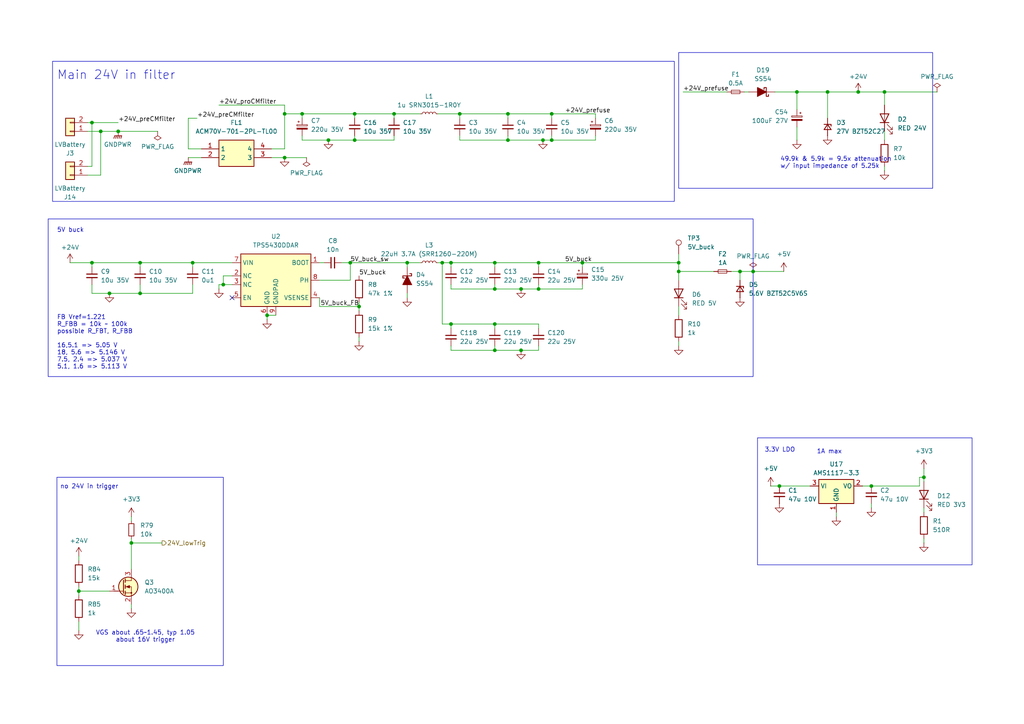
<source format=kicad_sch>
(kicad_sch (version 20231120) (generator "eeschema") (generator_version "8.0")
  (paper "A4")
  (title_block (title "INV_MainBoard_STM32") (rev "2.0") (company "NTURacing Team") (comment 1 "郭哲明 Jack Kuo") (comment 2 "Powertrain Group"))
  (lib_symbols
    (symbol "Connector:TestPoint" (pin_numbers hide) (pin_names (offset 0.762) hide)
      (property "Reference" "TP" (at 0 6.858 0))
      (property "Value" "TestPoint" (at 0 5.08 0))
      (symbol "TestPoint_0_1"
        (circle (center 0 3.302) (radius 0.762))
      )
      (symbol "TestPoint_1_1"
        (pin passive line (at 0 0 90) (length 2.54) (name "1") (number "1"))
      )
    )
    (symbol "Connector_Generic:Conn_01x02" (pin_names (offset 1.016) hide)
      (property "Reference" "J" (at 0 2.54 0))
      (property "Value" "Conn_01x02" (at 0 -5.08 0))
      (symbol "Conn_01x02_1_1"
        (rectangle (start -1.27 -2.413) (end 0 -2.667) (stroke (width 0.1524)))
        (rectangle (start -1.27 0.127) (end 0 -0.127) (stroke (width 0.1524)))
        (rectangle (start -1.27 1.27) (end 1.27 -3.81) (stroke (width 0.254)) (fill (type background)))
        (pin passive line (at -5.08 0 0) (length 3.81) (name "Pin_1") (number "1"))
        (pin passive line (at -5.08 -2.54 0) (length 3.81) (name "Pin_2") (number "2"))
      )
    )
    (symbol "Device:C_Polarized_Small" (pin_numbers hide) (pin_names (offset 0.254) hide)
      (property "Reference" "C" (at 0.254 1.778 0))
      (property "Value" "C_Polarized_Small" (at 0.254 -2.032 0))
      (symbol "C_Polarized_Small_0_1"
        (rectangle (start -1.524 -0.3048) (end 1.524 -0.6858) (fill (type outline)))
        (rectangle (start -1.524 0.6858) (end 1.524 0.3048))
        (polyline (pts (xy -1.27 1.524) (xy -0.762 1.524)))
        (polyline (pts (xy -1.016 1.27) (xy -1.016 1.778)))
      )
      (symbol "C_Polarized_Small_1_1"
        (pin passive line (at 0 2.54 270) (length 1.8542) (name "~") (number "1"))
        (pin passive line (at 0 -2.54 90) (length 1.8542) (name "~") (number "2"))
      )
    )
    (symbol "Device:C_Small" (pin_numbers hide) (pin_names (offset 0.254) hide)
      (property "Reference" "C" (at 0.254 1.778 0))
      (property "Value" "C_Small" (at 0.254 -2.032 0))
      (symbol "C_Small_0_1"
        (polyline (pts (xy -1.524 -0.508) (xy 1.524 -0.508)) (stroke (width 0.3302)))
        (polyline (pts (xy -1.524 0.508) (xy 1.524 0.508)) (stroke (width 0.3048)))
      )
      (symbol "C_Small_1_1"
        (pin passive line (at 0 2.54 270) (length 2.032) (name "~") (number "1"))
        (pin passive line (at 0 -2.54 90) (length 2.032) (name "~") (number "2"))
      )
    )
    (symbol "Device:D_Zener_Small" (pin_numbers hide) (pin_names (offset 0.254) hide)
      (property "Reference" "D" (at 0 2.286 0))
      (property "Value" "D_Zener_Small" (at 0 -2.286 0))
      (symbol "D_Zener_Small_0_1"
        (polyline (pts (xy 0.762 0) (xy -0.762 0)))
        (polyline (pts (xy -0.254 1.016) (xy -0.762 1.016) (xy -0.762 -1.016)) (stroke (width 0.254)))
        (polyline (pts (xy 0.762 1.016) (xy -0.762 0) (xy 0.762 -1.016) (xy 0.762 1.016)) (stroke (width 0.254)))
      )
      (symbol "D_Zener_Small_1_1"
        (pin passive line (at -2.54 0 0) (length 1.778) (name "K") (number "1"))
        (pin passive line (at 2.54 0 180) (length 1.778) (name "A") (number "2"))
      )
    )
    (symbol "Device:Fuse_Small" (pin_numbers hide) (pin_names (offset 0.254) hide)
      (property "Reference" "F" (at 0 -1.524 0))
      (property "Value" "Fuse_Small" (at 0 1.524 0))
      (symbol "Fuse_Small_0_1"
        (rectangle (start -1.27 0.508) (end 1.27 -0.508))
        (polyline (pts (xy -1.27 0) (xy 1.27 0)))
      )
      (symbol "Fuse_Small_1_1"
        (pin passive line (at -2.54 0 0) (length 1.27) (name "~") (number "1"))
        (pin passive line (at 2.54 0 180) (length 1.27) (name "~") (number "2"))
      )
    )
    (symbol "Device:LED" (pin_numbers hide) (pin_names (offset 1.016) hide)
      (property "Reference" "D" (at 0 2.54 0))
      (property "Value" "LED" (at 0 -2.54 0))
      (symbol "LED_0_1"
        (polyline (pts (xy -1.27 -1.27) (xy -1.27 1.27)) (stroke (width 0.254)))
        (polyline (pts (xy -1.27 0) (xy 1.27 0)))
        (polyline (pts (xy 1.27 -1.27) (xy 1.27 1.27) (xy -1.27 0) (xy 1.27 -1.27)) (stroke (width 0.254)))
        (polyline (pts (xy -3.048 -0.762) (xy -4.572 -2.286) (xy -3.81 -2.286) (xy -4.572 -2.286) (xy -4.572 -1.524)))
        (polyline (pts (xy -1.778 -0.762) (xy -3.302 -2.286) (xy -2.54 -2.286) (xy -3.302 -2.286) (xy -3.302 -1.524)))
      )
      (symbol "LED_1_1"
        (pin passive line (at -3.81 0 0) (length 2.54) (name "K") (number "1"))
        (pin passive line (at 3.81 0 180) (length 2.54) (name "A") (number "2"))
      )
    )
    (symbol "Device:L_Small" (pin_numbers hide) (pin_names (offset 0.254) hide)
      (property "Reference" "L" (at 0.762 1.016 0))
      (property "Value" "L_Small" (at 0.762 -1.016 0))
      (symbol "L_Small_0_1"
        (arc (start 0 -2.032) (mid 0.5058 -1.524) (end 0 -1.016))
        (arc (start 0 -1.016) (mid 0.5058 -0.508) (end 0 0))
        (arc (start 0 0) (mid 0.5058 0.508) (end 0 1.016))
        (arc (start 0 1.016) (mid 0.5058 1.524) (end 0 2.032))
      )
      (symbol "L_Small_1_1"
        (pin passive line (at 0 2.54 270) (length 0.508) (name "~") (number "1"))
        (pin passive line (at 0 -2.54 90) (length 0.508) (name "~") (number "2"))
      )
    )
    (symbol "Device:R" (pin_numbers hide) (pin_names (offset 0))
      (property "Reference" "R" (at 2.032 0 90))
      (property "Value" "R" (at 0 0 90))
      (symbol "R_0_1"
        (rectangle (start -1.016 -2.54) (end 1.016 2.54) (stroke (width 0.254)))
      )
      (symbol "R_1_1"
        (pin passive line (at 0 3.81 270) (length 1.27) (name "~") (number "1"))
        (pin passive line (at 0 -3.81 90) (length 1.27) (name "~") (number "2"))
      )
    )
    (symbol "Device:R_Small" (pin_numbers hide) (pin_names (offset 0.254) hide)
      (property "Reference" "R" (at 0.762 0.508 0))
      (property "Value" "R_Small" (at 0.762 -1.016 0))
      (symbol "R_Small_0_1"
        (rectangle (start -0.762 1.778) (end 0.762 -1.778) (stroke (width 0.2032)))
      )
      (symbol "R_Small_1_1"
        (pin passive line (at 0 2.54 270) (length 0.762) (name "~") (number "1"))
        (pin passive line (at 0 -2.54 90) (length 0.762) (name "~") (number "2"))
      )
    )
    (symbol "PCM_Diode_Schottky_AKL:SS54" (pin_numbers hide) (pin_names (offset 1.016) hide)
      (property "Reference" "D" (at 0 5.08 0))
      (property "Value" "SS54" (at 0 2.54 0))
      (symbol "SS54_0_1"
        (polyline (pts (xy -1.27 0) (xy 1.27 0)))
        (polyline (pts (xy -1.27 -1.27) (xy -1.27 1.27) (xy 1.27 0) (xy -1.27 -1.27)) (stroke (width 0.254)) (fill (type outline)))
        (polyline (pts (xy 1.905 -0.762) (xy 1.905 -1.27) (xy 1.27 -1.27) (xy 1.27 1.27) (xy 0.635 1.27) (xy 0.635 0.762)) (stroke (width 0.254)))
      )
      (symbol "SS54_0_2"
        (polyline (pts (xy -2.54 -2.54) (xy 2.54 2.54)))
        (polyline (pts (xy 0 1.778) (xy 1.778 0)) (stroke (width 0.254)))
        (polyline (pts (xy 0 1.778) (xy -0.381 1.397) (xy 0 1.016)) (stroke (width 0.254)))
        (polyline (pts (xy 1.778 0) (xy 2.159 0.381) (xy 1.778 0.762)) (stroke (width 0.254)))
        (polyline (pts (xy -0.889 -0.889) (xy -1.778 0) (xy 0.889 0.889) (xy 0 -1.778) (xy -0.889 -0.889)) (stroke (width 0.254)) (fill (type outline)))
      )
      (symbol "SS54_1_1"
        (pin passive line (at 3.81 0 180) (length 2.54) (name "K") (number "1"))
        (pin passive line (at -3.81 0 0) (length 2.54) (name "A") (number "2"))
      )
      (symbol "SS54_1_2"
        (pin passive line (at 2.54 2.54 180) (length 0) (name "K") (number "1"))
        (pin passive line (at -2.54 -2.54 0) (length 0) (name "A") (number "2"))
      )
    )
    (symbol "PCM_Transistor_MOSFET_AKL:AO3400A" (pin_names hide)
      (property "Reference" "Q" (at 5.08 1.27 0))
      (property "Value" "AO3400A" (at 5.08 -1.27 0))
      (symbol "AO3400A_0_1"
        (polyline (pts (xy 0.254 -1.27) (xy -2.54 -1.27)))
        (polyline (pts (xy 0.254 1.905) (xy 0.254 -1.905)) (stroke (width 0.254)))
        (polyline (pts (xy 0.762 -1.778) (xy 2.54 -1.778)))
        (polyline (pts (xy 0.762 -1.27) (xy 0.762 -2.286)) (stroke (width 0.254)))
        (polyline (pts (xy 0.762 0.508) (xy 0.762 -0.508)) (stroke (width 0.254)))
        (polyline (pts (xy 0.762 2.286) (xy 0.762 1.27)) (stroke (width 0.254)))
        (polyline (pts (xy 2.54 1.778) (xy 0.762 1.778)))
        (polyline (pts (xy 2.54 2.54) (xy 2.54 1.778)))
        (polyline (pts (xy 2.54 -2.54) (xy 2.54 0) (xy 0.762 0)))
        (polyline (pts (xy 1.016 0) (xy 2.032 0.381) (xy 2.032 -0.381) (xy 1.016 0)) (fill (type outline)))
        (circle (center 1.651 0) (radius 2.794) (stroke (width 0.254)) (fill (type background)))
        (circle (center 2.54 -1.778) (radius 0.1778) (fill (type outline)))
      )
      (symbol "AO3400A_1_1"
        (pin input line (at -3.81 -1.27 0) (length 2.54) (name "G") (number "1"))
        (pin passive line (at 2.54 -5.08 90) (length 2.54) (name "S") (number "2"))
        (pin passive line (at 2.54 5.08 270) (length 2.54) (name "D") (number "3"))
      )
    )
    (symbol "Regulator_Linear:AMS1117-3.3"
      (property "Reference" "U" (at -3.81 3.175 0))
      (property "Value" "AMS1117-3.3" (at 0 3.175 0))
      (symbol "AMS1117-3.3_0_1"
        (rectangle (start -5.08 -5.08) (end 5.08 1.905) (stroke (width 0.254)) (fill (type background)))
      )
      (symbol "AMS1117-3.3_1_1"
        (pin power_in line (at 0 -7.62 90) (length 2.54) (name "GND") (number "1"))
        (pin power_out line (at 7.62 0 180) (length 2.54) (name "VO") (number "2"))
        (pin power_in line (at -7.62 0 0) (length 2.54) (name "VI") (number "3"))
      )
    )
    (symbol "SamacSys_Parts_EP6:ACM70V-701-2PL-TL00"
      (property "Reference" "FL" (at 16.51 7.62 0))
      (property "Value" "ACM70V-701-2PL-TL00" (at 16.51 5.08 0))
      (symbol "ACM70V-701-2PL-TL00_1_1"
        (rectangle (start 5.08 2.54) (end 15.24 -5.08) (stroke (width 0.254)) (fill (type background)))
        (pin passive line (at 0 0 0) (length 5.08) (name "1") (number "1"))
        (pin passive line (at 0 -2.54 0) (length 5.08) (name "2") (number "2"))
        (pin passive line (at 20.32 -2.54 180) (length 5.08) (name "3") (number "3"))
        (pin passive line (at 20.32 0 180) (length 5.08) (name "4") (number "4"))
      )
    )
    (symbol "nturt_kicad_lib_EP6:TPS5430DDAR"
      (property "Reference" "U" (at -10.16 8.89 0))
      (property "Value" "TPS5430DDAR" (at -1.27 8.89 0))
      (symbol "TPS5430DDAR_0_1"
        (rectangle (start -10.16 7.62) (end 10.16 -7.62) (stroke (width 0.254)) (fill (type background)))
      )
      (symbol "TPS5430DDAR_1_1"
        (pin input line (at 12.7 5.08 180) (length 2.54) (name "BOOT") (number "1"))
        (pin free line (at -12.7 1.27 0) (length 2.54) (name "NC") (number "2"))
        (pin free line (at -12.7 -1.27 0) (length 2.54) (name "NC") (number "3"))
        (pin input line (at 12.7 -5.08 180) (length 2.54) (name "VSENSE") (number "4"))
        (pin input line (at -12.7 -5.08 0) (length 2.54) (name "EN") (number "5"))
        (pin power_in line (at -2.54 -10.16 90) (length 2.54) (name "GND") (number "6"))
        (pin power_in line (at -12.7 5.08 0) (length 2.54) (name "VIN") (number "7"))
        (pin output line (at 12.7 0 180) (length 2.54) (name "PH") (number "8"))
        (pin power_in line (at 0 -10.16 90) (length 2.54) (name "GNDPAD") (number "9"))
      )
    )
    (symbol "power:+24V" (power) (pin_numbers hide) (pin_names (offset 0) hide)
      (property "Value" "+24V" (at 0 3.556 0))
      (symbol "+24V_0_1"
        (polyline (pts (xy -0.762 1.27) (xy 0 2.54)))
        (polyline (pts (xy 0 0) (xy 0 2.54)))
        (polyline (pts (xy 0 2.54) (xy 0.762 1.27)))
      )
      (symbol "+24V_1_1"
        (pin power_in line (at 0 0 90) (length 0) (name "~") (number "1"))
      )
    )
    (symbol "power:+3V3" (power) (pin_numbers hide) (pin_names (offset 0) hide)
      (property "Value" "+3V3" (at 0 3.556 0))
      (symbol "+3V3_0_1"
        (polyline (pts (xy -0.762 1.27) (xy 0 2.54)))
        (polyline (pts (xy 0 0) (xy 0 2.54)))
        (polyline (pts (xy 0 2.54) (xy 0.762 1.27)))
      )
      (symbol "+3V3_1_1"
        (pin power_in line (at 0 0 90) (length 0) (name "~") (number "1"))
      )
    )
    (symbol "power:+5V" (power) (pin_numbers hide) (pin_names (offset 0) hide)
      (property "Value" "+5V" (at 0 3.556 0))
      (symbol "+5V_0_1"
        (polyline (pts (xy -0.762 1.27) (xy 0 2.54)))
        (polyline (pts (xy 0 0) (xy 0 2.54)))
        (polyline (pts (xy 0 2.54) (xy 0.762 1.27)))
      )
      (symbol "+5V_1_1"
        (pin power_in line (at 0 0 90) (length 0) (name "~") (number "1"))
      )
    )
    (symbol "power:GND" (power) (pin_numbers hide) (pin_names (offset 0) hide)
      (property "Value" "GND" (at 0 -3.81 0))
      (symbol "GND_0_1"
        (polyline (pts (xy 0 0) (xy 0 -1.27) (xy 1.27 -1.27) (xy 0 -2.54) (xy -1.27 -1.27) (xy 0 -1.27)))
      )
      (symbol "GND_1_1"
        (pin power_in line (at 0 0 270) (length 0) (name "~") (number "1"))
      )
    )
    (symbol "power:GNDPWR" (power) (pin_numbers hide) (pin_names (offset 0) hide)
      (property "Value" "GNDPWR" (at 0 -3.302 0))
      (symbol "GNDPWR_0_1"
        (polyline (pts (xy 0 -1.27) (xy 0 0)))
        (polyline (pts (xy -1.016 -1.27) (xy -1.27 -2.032) (xy -1.27 -2.032)) (stroke (width 0.2032)))
        (polyline (pts (xy -0.508 -1.27) (xy -0.762 -2.032) (xy -0.762 -2.032)) (stroke (width 0.2032)))
        (polyline (pts (xy 0 -1.27) (xy -0.254 -2.032) (xy -0.254 -2.032)) (stroke (width 0.2032)))
        (polyline (pts (xy 0.508 -1.27) (xy 0.254 -2.032) (xy 0.254 -2.032)) (stroke (width 0.2032)))
        (polyline (pts (xy 1.016 -1.27) (xy -1.016 -1.27) (xy -1.016 -1.27)) (stroke (width 0.2032)))
        (polyline (pts (xy 1.016 -1.27) (xy 0.762 -2.032) (xy 0.762 -2.032) (xy 0.762 -2.032)) (stroke (width 0.2032)))
      )
      (symbol "GNDPWR_1_1"
        (pin power_in line (at 0 0 270) (length 0) (name "~") (number "1"))
      )
    )
    (symbol "power:PWR_FLAG" (power) (pin_numbers hide) (pin_names (offset 0) hide)
      (property "Value" "PWR_FLAG" (at 0 3.81 0))
      (symbol "PWR_FLAG_0_0"
        (pin power_out line (at 0 0 90) (length 0) (name "~") (number "1"))
      )
      (symbol "PWR_FLAG_0_1"
        (polyline (pts (xy 0 0) (xy 0 1.27) (xy -1.016 1.905) (xy 0 2.54) (xy 1.016 1.905) (xy 0 1.27)))
      )
    )
  )
  (junction (at 38.1 157.48))
  (junction (at 143.51 101.6))
  (junction (at 104.14 88.9))
  (junction (at 82.55 33.02))
  (junction (at 240.03 26.67))
  (junction (at 196.85 78.74))
  (junction (at 102.87 33.02))
  (junction (at 130.81 93.98))
  (junction (at 31.75 85.09))
  (junction (at 128.27 76.2))
  (junction (at 160.02 33.02))
  (junction (at 147.32 40.64))
  (junction (at 168.91 76.2))
  (junction (at 151.13 101.6))
  (junction (at 196.85 76.2))
  (junction (at 160.02 40.64))
  (junction (at 147.32 33.02))
  (junction (at 114.3 33.02))
  (junction (at 133.35 33.02))
  (junction (at 226.06 140.97))
  (junction (at 40.64 76.2))
  (junction (at 82.55 45.72))
  (junction (at 102.87 40.64))
  (junction (at 143.51 83.82))
  (junction (at 101.6 76.2))
  (junction (at 156.21 76.2))
  (junction (at 218.44 78.74))
  (junction (at 130.81 76.2))
  (junction (at 143.51 93.98))
  (junction (at 64.77 82.55))
  (junction (at 77.47 91.44))
  (junction (at 29.21 38.1))
  (junction (at 40.64 85.09))
  (junction (at 22.86 171.45))
  (junction (at 214.63 78.74))
  (junction (at 118.11 76.2))
  (junction (at 231.14 26.67))
  (junction (at 87.63 33.02))
  (junction (at 156.21 83.82))
  (junction (at 26.67 35.56))
  (junction (at 256.54 26.67))
  (junction (at 157.48 40.64))
  (junction (at 143.51 76.2))
  (junction (at 55.88 76.2))
  (junction (at 26.67 76.2))
  (junction (at 248.92 26.67))
  (junction (at 267.97 138.43))
  (junction (at 34.29 38.1))
  (junction (at 151.13 83.82))
  (junction (at 252.73 140.97))
  (junction (at 95.25 40.64))
  (no_connect (at 67.31 86.36))
  (wire (pts (xy 101.6 76.2) (xy 118.11 76.2)))
  (wire (pts (xy 147.32 34.29) (xy 147.32 33.02)))
  (wire (pts (xy 102.87 34.29) (xy 102.87 33.02)))
  (wire (pts (xy 196.85 78.74) (xy 196.85 81.28)))
  (wire (pts (xy 114.3 33.02) (xy 121.92 33.02)))
  (wire (pts (xy 160.02 40.64) (xy 160.02 39.37)))
  (wire (pts (xy 215.9 26.67) (xy 217.17 26.67)))
  (wire (pts (xy 168.91 76.2) (xy 196.85 76.2)))
  (wire (pts (xy 256.54 40.64) (xy 256.54 38.1)))
  (wire (pts (xy 67.31 80.01) (xy 64.77 80.01)))
  (wire (pts (xy 78.74 45.72) (xy 82.55 45.72)))
  (wire (pts (xy 87.63 34.29) (xy 87.63 33.02)))
  (wire (pts (xy 92.71 81.28) (xy 101.6 81.28)))
  (wire (pts (xy 128.27 93.98) (xy 130.81 93.98)))
  (wire (pts (xy 143.51 83.82) (xy 151.13 83.82)))
  (wire (pts (xy 64.77 82.55) (xy 67.31 82.55)))
  (wire (pts (xy 63.5 30.48) (xy 82.55 30.48)))
  (wire (pts (xy 54.61 43.18) (xy 58.42 43.18)))
  (wire (pts (xy 168.91 83.82) (xy 156.21 83.82)))
  (wire (pts (xy 25.4 50.8) (xy 29.21 50.8)))
  (wire (pts (xy 133.35 40.64) (xy 147.32 40.64)))
  (wire (pts (xy 156.21 83.82) (xy 156.21 82.55)))
  (wire (pts (xy 156.21 83.82) (xy 151.13 83.82)))
  (wire (pts (xy 248.92 26.67) (xy 256.54 26.67)))
  (wire (pts (xy 172.72 34.29) (xy 172.72 33.02)))
  (wire (pts (xy 231.14 26.67) (xy 231.14 31.75)))
  (wire (pts (xy 224.79 26.67) (xy 231.14 26.67)))
  (wire (pts (xy 82.55 30.48) (xy 82.55 33.02)))
  (wire (pts (xy 82.55 43.18) (xy 78.74 43.18)))
  (wire (pts (xy 172.72 33.02) (xy 160.02 33.02)))
  (wire (pts (xy 87.63 40.64) (xy 87.63 39.37)))
  (wire (pts (xy 92.71 76.2) (xy 93.98 76.2)))
  (wire (pts (xy 130.81 101.6) (xy 143.51 101.6)))
  (wire (pts (xy 157.48 40.64) (xy 160.02 40.64)))
  (wire (pts (xy 22.86 170.18) (xy 22.86 171.45)))
  (wire (pts (xy 231.14 26.67) (xy 240.03 26.67)))
  (wire (pts (xy 29.21 50.8) (xy 29.21 38.1)))
  (wire (pts (xy 196.85 76.2) (xy 196.85 78.74)))
  (wire (pts (xy 128.27 76.2) (xy 130.81 76.2)))
  (wire (pts (xy 87.63 33.02) (xy 102.87 33.02)))
  (wire (pts (xy 104.14 87.63) (xy 104.14 88.9)))
  (wire (pts (xy 26.67 35.56) (xy 34.29 35.56)))
  (wire (pts (xy 240.03 26.67) (xy 248.92 26.67)))
  (wire (pts (xy 196.85 73.66) (xy 196.85 76.2)))
  (wire (pts (xy 214.63 78.74) (xy 218.44 78.74)))
  (wire (pts (xy 95.25 40.64) (xy 102.87 40.64)))
  (wire (pts (xy 130.81 83.82) (xy 130.81 82.55)))
  (wire (pts (xy 266.7 140.97) (xy 266.7 138.43)))
  (wire (pts (xy 133.35 34.29) (xy 133.35 33.02)))
  (wire (pts (xy 63.5 83.82) (xy 63.5 82.55)))
  (wire (pts (xy 252.73 140.97) (xy 266.7 140.97)))
  (wire (pts (xy 143.51 101.6) (xy 151.13 101.6)))
  (wire (pts (xy 256.54 26.67) (xy 256.54 30.48)))
  (wire (pts (xy 82.55 45.72) (xy 88.9 45.72)))
  (wire (pts (xy 26.67 48.26) (xy 26.67 35.56)))
  (wire (pts (xy 45.72 38.1) (xy 34.29 38.1)))
  (wire (pts (xy 55.88 82.55) (xy 55.88 85.09)))
  (wire (pts (xy 212.09 78.74) (xy 214.63 78.74)))
  (wire (pts (xy 231.14 40.64) (xy 231.14 36.83)))
  (wire (pts (xy 40.64 76.2) (xy 40.64 77.47)))
  (wire (pts (xy 133.35 40.64) (xy 133.35 39.37)))
  (wire (pts (xy 118.11 86.36) (xy 118.11 85.09)))
  (wire (pts (xy 29.21 38.1) (xy 34.29 38.1)))
  (wire (pts (xy 156.21 95.25) (xy 156.21 93.98)))
  (wire (pts (xy 127 76.2) (xy 128.27 76.2)))
  (wire (pts (xy 118.11 77.47) (xy 118.11 76.2)))
  (wire (pts (xy 77.47 91.44) (xy 80.01 91.44)))
  (wire (pts (xy 256.54 49.53) (xy 256.54 48.26)))
  (wire (pts (xy 25.4 48.26) (xy 26.67 48.26)))
  (wire (pts (xy 130.81 93.98) (xy 143.51 93.98)))
  (wire (pts (xy 256.54 26.67) (xy 271.78 26.67)))
  (wire (pts (xy 196.85 91.44) (xy 196.85 88.9)))
  (wire (pts (xy 130.81 77.47) (xy 130.81 76.2)))
  (wire (pts (xy 267.97 148.59) (xy 267.97 147.32)))
  (wire (pts (xy 130.81 83.82) (xy 143.51 83.82)))
  (wire (pts (xy 22.86 171.45) (xy 31.75 171.45)))
  (wire (pts (xy 147.32 40.64) (xy 147.32 39.37)))
  (wire (pts (xy 198.12 26.67) (xy 210.82 26.67)))
  (wire (pts (xy 55.88 77.47) (xy 55.88 76.2)))
  (wire (pts (xy 133.35 33.02) (xy 127 33.02)))
  (wire (pts (xy 226.06 140.97) (xy 234.95 140.97)))
  (wire (pts (xy 267.97 138.43) (xy 266.7 138.43)))
  (wire (pts (xy 38.1 156.21) (xy 38.1 157.48)))
  (wire (pts (xy 54.61 34.29) (xy 57.15 34.29)))
  (wire (pts (xy 102.87 40.64) (xy 114.3 40.64)))
  (wire (pts (xy 196.85 100.33) (xy 196.85 99.06)))
  (wire (pts (xy 168.91 76.2) (xy 168.91 77.47)))
  (wire (pts (xy 25.4 35.56) (xy 26.67 35.56)))
  (wire (pts (xy 87.63 40.64) (xy 95.25 40.64)))
  (wire (pts (xy 40.64 85.09) (xy 40.64 82.55)))
  (wire (pts (xy 22.86 182.88) (xy 22.86 180.34)))
  (wire (pts (xy 104.14 88.9) (xy 104.14 90.17)))
  (wire (pts (xy 143.51 83.82) (xy 143.51 82.55)))
  (wire (pts (xy 114.3 39.37) (xy 114.3 40.64)))
  (wire (pts (xy 156.21 76.2) (xy 168.91 76.2)))
  (wire (pts (xy 22.86 172.72) (xy 22.86 171.45)))
  (wire (pts (xy 77.47 92.71) (xy 77.47 91.44)))
  (wire (pts (xy 218.44 78.74) (xy 227.33 78.74)))
  (wire (pts (xy 31.75 85.09) (xy 40.64 85.09)))
  (wire (pts (xy 38.1 157.48) (xy 38.1 165.1)))
  (wire (pts (xy 143.51 93.98) (xy 156.21 93.98)))
  (wire (pts (xy 267.97 135.89) (xy 267.97 138.43)))
  (wire (pts (xy 160.02 34.29) (xy 160.02 33.02)))
  (wire (pts (xy 242.57 149.86) (xy 242.57 148.59)))
  (wire (pts (xy 156.21 101.6) (xy 151.13 101.6)))
  (wire (pts (xy 156.21 101.6) (xy 156.21 100.33)))
  (wire (pts (xy 130.81 95.25) (xy 130.81 93.98)))
  (wire (pts (xy 252.73 147.32) (xy 252.73 146.05)))
  (wire (pts (xy 168.91 82.55) (xy 168.91 83.82)))
  (wire (pts (xy 26.67 76.2) (xy 40.64 76.2)))
  (wire (pts (xy 82.55 33.02) (xy 82.55 43.18)))
  (wire (pts (xy 26.67 77.47) (xy 26.67 76.2)))
  (wire (pts (xy 63.5 82.55) (xy 64.77 82.55)))
  (wire (pts (xy 104.14 88.9) (xy 92.71 88.9)))
  (wire (pts (xy 104.14 99.06) (xy 104.14 97.79)))
  (wire (pts (xy 160.02 40.64) (xy 172.72 40.64)))
  (wire (pts (xy 64.77 80.01) (xy 64.77 82.55)))
  (wire (pts (xy 133.35 33.02) (xy 147.32 33.02)))
  (wire (pts (xy 147.32 40.64) (xy 157.48 40.64)))
  (wire (pts (xy 118.11 76.2) (xy 121.92 76.2)))
  (wire (pts (xy 156.21 77.47) (xy 156.21 76.2)))
  (wire (pts (xy 114.3 34.29) (xy 114.3 33.02)))
  (wire (pts (xy 22.86 161.29) (xy 22.86 162.56)))
  (wire (pts (xy 143.51 95.25) (xy 143.51 93.98)))
  (wire (pts (xy 147.32 33.02) (xy 160.02 33.02)))
  (wire (pts (xy 26.67 85.09) (xy 26.67 82.55)))
  (wire (pts (xy 58.42 45.72) (xy 54.61 45.72)))
  (wire (pts (xy 99.06 76.2) (xy 101.6 76.2)))
  (wire (pts (xy 26.67 85.09) (xy 31.75 85.09)))
  (wire (pts (xy 38.1 157.48) (xy 46.99 157.48)))
  (wire (pts (xy 240.03 34.29) (xy 240.03 26.67)))
  (wire (pts (xy 82.55 33.02) (xy 87.63 33.02)))
  (wire (pts (xy 267.97 138.43) (xy 267.97 139.7)))
  (wire (pts (xy 25.4 38.1) (xy 29.21 38.1)))
  (wire (pts (xy 143.51 101.6) (xy 143.51 100.33)))
  (wire (pts (xy 214.63 81.28) (xy 214.63 78.74)))
  (wire (pts (xy 196.85 78.74) (xy 207.01 78.74)))
  (wire (pts (xy 20.32 76.2) (xy 26.67 76.2)))
  (wire (pts (xy 55.88 85.09) (xy 40.64 85.09)))
  (wire (pts (xy 143.51 77.47) (xy 143.51 76.2)))
  (wire (pts (xy 130.81 101.6) (xy 130.81 100.33)))
  (wire (pts (xy 267.97 157.48) (xy 267.97 156.21)))
  (wire (pts (xy 250.19 140.97) (xy 252.73 140.97)))
  (wire (pts (xy 40.64 76.2) (xy 55.88 76.2)))
  (wire (pts (xy 101.6 76.2) (xy 101.6 81.28)))
  (wire (pts (xy 38.1 176.53) (xy 38.1 175.26)))
  (wire (pts (xy 54.61 34.29) (xy 54.61 43.18)))
  (wire (pts (xy 143.51 76.2) (xy 156.21 76.2)))
  (wire (pts (xy 130.81 76.2) (xy 143.51 76.2)))
  (wire (pts (xy 172.72 40.64) (xy 172.72 39.37)))
  (wire (pts (xy 128.27 76.2) (xy 128.27 93.98)))
  (wire (pts (xy 92.71 88.9) (xy 92.71 86.36)))
  (wire (pts (xy 55.88 76.2) (xy 67.31 76.2)))
  (wire (pts (xy 102.87 40.64) (xy 102.87 39.37)))
  (wire (pts (xy 102.87 33.02) (xy 114.3 33.02)))
  (wire (pts (xy 38.1 149.86) (xy 38.1 151.13)))
  (wire (pts (xy 223.52 140.97) (xy 226.06 140.97)))
  (rectangle (start 16.51 138.43) (end 64.77 193.04))
  (rectangle (start 196.85 15.24) (end 270.51 54.61))
  (rectangle (start 15.24 17.78) (end 195.58 58.42))
  (rectangle (start 13.97 63.5) (end 218.44 109.22))
  (rectangle (start 219.71 127) (end 281.94 163.83))
  (text "5V buck" (at 16.51 67.564 0) (effects (font (size 1.27 1.27)) (justify left bottom)))
  (text "49.9k & 5.9k = 9.5x attenuation \nw/ input impedance of 5.25k" (at 226.314 49.022 0) (effects (font (size 1.27 1.27)) (justify left bottom)))
  (text "1A max" (at 240.538 131.064 0) (effects (font (size 1.27 1.27))))
  (text "no 24V in trigger" (at 25.908 141.224 0) (effects (font (size 1.27 1.27))))
  (text "FB Vref=1.221\nR_FBB = 10k ~ 100k\npossible R_FBT, R_FBB\n\n16,5.1 => 5.05 V\n18, 5.6 => 5.146 V\n7.5, 2.4 => 5.037 V\n5.1, 1.6 => 5.113 V" (at 16.51 107.188 0) (effects (font (size 1.27 1.27)) (justify left bottom)))
  (text "Main 24V in filter\n" (at 16.51 23.368 0) (effects (font (size 2.54 2.54)) (justify left bottom)))
  (text "3.3V LDO" (at 221.742 131.318 0) (effects (font (size 1.27 1.27)) (justify left bottom)))
  (text "VGS about .65~1.45, typ 1.05\nabout 16V trigger" (at 42.164 184.658 0) (effects (font (size 1.27 1.27))))
  (label "5V_buck_sw" (at 101.6 76.2 0))
  (label "5V_buck" (at 163.83 76.2 0))
  (label "+24V_preCMfilter" (at 34.29 35.56 0))
  (label "5V_buck" (at 104.14 80.01 0))
  (label "5V_buck_FB" (at 104.14 88.9 180))
  (label "+24V_prefuse" (at 198.12 26.67 0))
  (label "+24V_prefuse" (at 163.83 33.02 0))
  (label "+24V_proCMfilter" (at 63.5 30.48 0))
  (label "+24V_preCMfilter" (at 57.15 34.29 0))
  (hierarchical_label "24V_lowTrig" (shape output) (at 46.99 157.48 0))
  (symbol (lib_id "power:PWR_FLAG") (at 88.9 45.72 180) (unit 1)
    (property "Reference" "#FLG06" (effects (hide yes)))
    (property "Value" "PWR_FLAG" (at 88.9 50.165 0))
    (property "Description" "Special symbol for telling ERC where power comes from" (effects (hide yes)))
  )
  (symbol (lib_id "PCM_Diode_Schottky_AKL:SS54") (at 118.11 81.28 90) (unit 1)
    (property "Reference" "D4" (at 120.65 79.6924 90) (effects (justify right)))
    (property "Value" "SS54" (at 120.65 82.2324 90) (effects (justify right)))
    (property "Footprint" "Diode_SMD:D_SMA" (effects (hide yes)))
    (property "Datasheet" "https://www.laro.com.pl/pdf/ss56.pdf" (effects (hide yes)))
    (property "Description" "SMC Schottky diode, 40V, 5A, Alternate KiCAD Library" (effects (hide yes)))
  )
  (symbol (lib_id "Device:R") (at 196.85 95.25 0) (unit 1)
    (property "Reference" "R10" (at 199.39 93.98 0) (effects (justify left)))
    (property "Value" "1k" (at 199.39 96.52 0) (effects (justify left)))
    (property "Footprint" "Resistor_SMD:R_0402_1005Metric" (effects (hide yes)))
    (property "Description" "Resistor" (effects (hide yes)))
  )
  (symbol (lib_id "Device:R") (at 104.14 93.98 0) (unit 1)
    (property "Reference" "R9" (at 106.68 92.71 0) (effects (justify left)))
    (property "Value" "15k 1%" (at 106.68 95.25 0) (effects (justify left)))
    (property "Footprint" "Resistor_SMD:R_0603_1608Metric" (effects (hide yes)))
    (property "Description" "Resistor" (effects (hide yes)))
  )
  (symbol (lib_id "Device:C_Polarized_Small") (at 231.14 34.29 0) (mirror y) (unit 1)
    (property "Reference" "C54" (at 228.6 32.4738 0) (effects (justify left)))
    (property "Value" "100uF 27V" (at 228.6 35.0138 0) (effects (justify left)))
    (property "Footprint" "Capacitor_THT:CP_Radial_D10.0mm_P5.00mm" (effects (hide yes)))
    (property "Description" "Polarized capacitor, small symbol" (effects (hide yes)))
  )
  (symbol (lib_id "Connector_Generic:Conn_01x02") (at 20.32 38.1 180) (unit 1)
    (property "Reference" "J3" (at 20.32 44.45 0))
    (property "Value" "LVBattery" (at 20.32 41.91 0))
    (property "Footprint" "Connector_JST:JST_VH_B2P-VH_1x02_P3.96mm_Vertical" (effects (hide yes)))
    (property "Description" "Generic connector, single row, 01x02, script generated (kicad-library-utils/schlib/autogen/connector/)" (effects (hide yes)))
  )
  (symbol (lib_id "Device:C_Small") (at 96.52 76.2 90) (unit 1)
    (property "Reference" "C8" (at 96.5263 69.85 90))
    (property "Value" "10n" (at 96.5263 72.39 90))
    (property "Footprint" "Capacitor_SMD:C_0603_1608Metric" (effects (hide yes)))
    (property "Description" "Unpolarized capacitor, small symbol" (effects (hide yes)))
  )
  (symbol (lib_id "Device:C_Small") (at 114.3 36.83 0) (unit 1)
    (property "Reference" "C17" (at 116.84 35.5662 0) (effects (justify left)))
    (property "Value" "10u 35V" (at 116.84 38.1062 0) (effects (justify left)))
    (property "Footprint" "Capacitor_SMD:C_1206_3216Metric" (effects (hide yes)))
    (property "Description" "Unpolarized capacitor, small symbol" (effects (hide yes)))
  )
  (symbol (lib_id "Device:C_Small") (at 156.21 97.79 0) (unit 1)
    (property "Reference" "C120" (at 158.75 96.5262 0) (effects (justify left)))
    (property "Value" "22u 25V" (at 158.75 99.0662 0) (effects (justify left)))
    (property "Footprint" "Capacitor_SMD:C_1206_3216Metric" (effects (hide yes)))
    (property "Description" "Unpolarized capacitor, small symbol" (effects (hide yes)))
  )
  (symbol (lib_id "power:GND") (at 151.13 83.82 0) (unit 1)
    (property "Reference" "#PWR031" (effects (hide yes)))
    (property "Value" "GND" (effects (hide yes)))
    (property "Description" "Power symbol creates a global label with name \"GND\" , ground" (effects (hide yes)))
  )
  (symbol (lib_id "Device:R") (at 256.54 44.45 0) (unit 1)
    (property "Reference" "R7" (at 259.08 43.18 0) (effects (justify left)))
    (property "Value" "10k" (at 259.08 45.72 0) (effects (justify left)))
    (property "Footprint" "Resistor_SMD:R_0402_1005Metric" (effects (hide yes)))
    (property "Description" "Resistor" (effects (hide yes)))
  )
  (symbol (lib_id "power:GND") (at 157.48 40.64 0) (unit 1)
    (property "Reference" "#PWR022" (effects (hide yes)))
    (property "Value" "GND" (effects (hide yes)))
    (property "Description" "Power symbol creates a global label with name \"GND\" , ground" (effects (hide yes)))
  )
  (symbol (lib_id "power:GND") (at 77.47 92.71 0) (unit 1)
    (property "Reference" "#PWR036" (effects (hide yes)))
    (property "Value" "GND" (effects (hide yes)))
    (property "Description" "Power symbol creates a global label with name \"GND\" , ground" (effects (hide yes)))
  )
  (symbol (lib_id "power:GND") (at 256.54 49.53 0) (unit 1)
    (property "Reference" "#PWR028" (effects (hide yes)))
    (property "Value" "GND" (effects (hide yes)))
    (property "Description" "Power symbol creates a global label with name \"GND\" , ground" (effects (hide yes)))
  )
  (symbol (lib_id "power:GND") (at 240.03 39.37 0) (unit 1)
    (property "Reference" "#PWR026" (effects (hide yes)))
    (property "Value" "GND" (effects (hide yes)))
    (property "Description" "Power symbol creates a global label with name \"GND\" , ground" (effects (hide yes)))
  )
  (symbol (lib_id "power:GND") (at 214.63 86.36 0) (unit 1)
    (property "Reference" "#PWR034" (effects (hide yes)))
    (property "Value" "GND" (effects (hide yes)))
    (property "Description" "Power symbol creates a global label with name \"GND\" , ground" (effects (hide yes)))
  )
  (symbol (lib_id "power:+24V") (at 248.92 26.67 0) (unit 1)
    (property "Reference" "#PWR020" (effects (hide yes)))
    (property "Value" "+24V" (at 248.92 22.225 0))
    (property "Description" "Power symbol creates a global label with name \"+24V\"" (effects (hide yes)))
  )
  (symbol (lib_id "power:GND") (at 151.13 101.6 0) (unit 1)
    (property "Reference" "#PWR0177" (effects (hide yes)))
    (property "Value" "GND" (effects (hide yes)))
    (property "Description" "Power symbol creates a global label with name \"GND\" , ground" (effects (hide yes)))
  )
  (symbol (lib_id "Device:C_Polarized_Small") (at 172.72 36.83 0) (unit 1)
    (property "Reference" "C6" (at 175.26 35.0138 0) (effects (justify left)))
    (property "Value" "220u 35V" (at 175.26 37.5538 0) (effects (justify left)))
    (property "Footprint" "Capacitor_THT:CP_Radial_D8.0mm_P3.80mm" (effects (hide yes)))
    (property "Description" "Polarized capacitor, small symbol" (effects (hide yes)))
  )
  (symbol (lib_id "Device:C_Small") (at 55.88 80.01 180) (unit 1)
    (property "Reference" "C11" (at 58.42 78.7335 0) (effects (justify right)))
    (property "Value" "0u1" (at 58.42 81.2735 0) (effects (justify right)))
    (property "Footprint" "Capacitor_SMD:C_0603_1608Metric" (effects (hide yes)))
    (property "Description" "Unpolarized capacitor, small symbol" (effects (hide yes)))
  )
  (symbol (lib_id "power:GND") (at 267.97 157.48 0) (unit 1)
    (property "Reference" "#PWR088" (effects (hide yes)))
    (property "Value" "GND" (effects (hide yes)))
    (property "Description" "Power symbol creates a global label with name \"GND\" , ground" (effects (hide yes)))
  )
  (symbol (lib_id "power:GND") (at 82.55 45.72 0) (unit 1)
    (property "Reference" "#PWR025" (effects (hide yes)))
    (property "Value" "GND" (effects (hide yes)))
    (property "Description" "Power symbol creates a global label with name \"GND\" , ground" (effects (hide yes)))
  )
  (symbol (lib_id "power:GND") (at 104.14 99.06 0) (unit 1)
    (property "Reference" "#PWR037" (effects (hide yes)))
    (property "Value" "GND" (effects (hide yes)))
    (property "Description" "Power symbol creates a global label with name \"GND\" , ground" (effects (hide yes)))
  )
  (symbol (lib_id "Device:C_Small") (at 102.87 36.83 0) (unit 1)
    (property "Reference" "C16" (at 105.41 35.5662 0) (effects (justify left)))
    (property "Value" "10u 35V" (at 105.41 38.1062 0) (effects (justify left)))
    (property "Footprint" "Capacitor_SMD:C_1206_3216Metric" (effects (hide yes)))
    (property "Description" "Unpolarized capacitor, small symbol" (effects (hide yes)))
  )
  (symbol (lib_id "power:GND") (at 118.11 86.36 0) (unit 1)
    (property "Reference" "#PWR033" (effects (hide yes)))
    (property "Value" "GND" (effects (hide yes)))
    (property "Description" "Power symbol creates a global label with name \"GND\" , ground" (effects (hide yes)))
  )
  (symbol (lib_id "Device:C_Small") (at 26.67 80.01 0) (unit 1)
    (property "Reference" "C9" (at 29.21 78.7462 0) (effects (justify left)))
    (property "Value" "10u 35V" (at 29.21 81.2862 0) (effects (justify left)))
    (property "Footprint" "Capacitor_SMD:C_1206_3216Metric" (effects (hide yes)))
    (property "Description" "Unpolarized capacitor, small symbol" (effects (hide yes)))
  )
  (symbol (lib_id "Device:C_Polarized_Small") (at 168.91 80.01 0) (unit 1)
    (property "Reference" "C15" (at 171.45 78.1938 0) (effects (justify left)))
    (property "Value" "330u 25V" (at 171.45 80.7338 0) (effects (justify left)))
    (property "Footprint" "Capacitor_THT:CP_Radial_D8.0mm_P3.80mm" (effects (hide yes)))
    (property "Description" "Polarized capacitor, small symbol" (effects (hide yes)))
  )
  (symbol (lib_id "Device:Fuse_Small") (at 213.36 26.67 0) (unit 1)
    (property "Reference" "F1" (at 213.36 21.59 0))
    (property "Value" "0.5A" (at 213.36 24.13 0))
    (property "Footprint" "Fuse:Fuse_1206_3216Metric" (effects (hide yes)))
    (property "Description" "Fuse, small symbol" (effects (hide yes)))
  )
  (symbol (lib_id "Device:C_Small") (at 40.64 80.01 0) (unit 1)
    (property "Reference" "C10" (at 43.18 78.7462 0) (effects (justify left)))
    (property "Value" "10u 35V" (at 43.18 81.2862 0) (effects (justify left)))
    (property "Footprint" "Capacitor_SMD:C_1206_3216Metric" (effects (hide yes)))
    (property "Description" "Unpolarized capacitor, small symbol" (effects (hide yes)))
  )
  (symbol (lib_id "Device:C_Small") (at 147.32 36.83 0) (unit 1)
    (property "Reference" "C4" (at 149.86 35.5662 0) (effects (justify left)))
    (property "Value" "10u 35V" (at 149.86 38.1062 0) (effects (justify left)))
    (property "Footprint" "Capacitor_SMD:C_1206_3216Metric" (effects (hide yes)))
    (property "Description" "Unpolarized capacitor, small symbol" (effects (hide yes)))
  )
  (symbol (lib_id "Device:C_Small") (at 130.81 80.01 0) (unit 1)
    (property "Reference" "C12" (at 133.35 78.7462 0) (effects (justify left)))
    (property "Value" "22u 25V" (at 133.35 81.2862 0) (effects (justify left)))
    (property "Footprint" "Capacitor_SMD:C_1206_3216Metric" (effects (hide yes)))
    (property "Description" "Unpolarized capacitor, small symbol" (effects (hide yes)))
  )
  (symbol (lib_id "power:+3V3") (at 267.97 135.89 0) (unit 1)
    (property "Reference" "#PWR04" (effects (hide yes)))
    (property "Value" "+3V3" (at 267.97 130.81 0))
    (property "Description" "Power symbol creates a global label with name \"+3V3\"" (effects (hide yes)))
  )
  (symbol (lib_id "power:+24V") (at 20.32 76.2 0) (unit 1)
    (property "Reference" "#PWR029" (effects (hide yes)))
    (property "Value" "+24V" (at 20.32 71.755 0))
    (property "Description" "Power symbol creates a global label with name \"+24V\"" (effects (hide yes)))
  )
  (symbol (lib_id "Device:LED") (at 196.85 85.09 90) (unit 1)
    (property "Reference" "D6" (at 200.66 85.4074 90) (effects (justify right)))
    (property "Value" "RED 5V" (at 200.66 87.9474 90) (effects (justify right)))
    (property "Footprint" "LED_SMD:LED_0603_1608Metric" (effects (hide yes)))
    (property "Description" "Light emitting diode" (effects (hide yes)))
  )
  (symbol (lib_id "power:GND") (at 95.25 40.64 0) (unit 1)
    (property "Reference" "#PWR023" (effects (hide yes)))
    (property "Value" "GND" (effects (hide yes)))
    (property "Description" "Power symbol creates a global label with name \"GND\" , ground" (effects (hide yes)))
  )
  (symbol (lib_id "Device:Fuse_Small") (at 209.55 78.74 0) (unit 1)
    (property "Reference" "F2" (at 209.55 73.66 0))
    (property "Value" "1A" (at 209.55 76.2 0))
    (property "Footprint" "Fuse:Fuse_1206_3216Metric" (effects (hide yes)))
    (property "Description" "Fuse, small symbol" (effects (hide yes)))
  )
  (symbol (lib_id "power:+5V") (at 227.33 78.74 0) (unit 1)
    (property "Reference" "#PWR030" (effects (hide yes)))
    (property "Value" "+5V" (at 227.33 73.66 0))
    (property "Description" "Power symbol creates a global label with name \"+5V\"" (effects (hide yes)))
  )
  (symbol (lib_id "Device:D_Zener_Small") (at 240.03 36.83 270) (unit 1)
    (property "Reference" "D3" (at 242.57 35.56 90) (effects (justify left)))
    (property "Value" "27V BZT52C27" (at 242.57 38.1 90) (effects (justify left)))
    (property "Footprint" "Diode_SMD:D_SOD-323" (effects (hide yes)))
    (property "Description" "Zener diode, small symbol" (effects (hide yes)))
  )
  (symbol (lib_id "SamacSys_Parts_EP6:ACM70V-701-2PL-TL00") (at 58.42 43.18 0) (unit 1)
    (property "Reference" "FL1" (at 68.58 35.56 0))
    (property "Value" "ACM70V-701-2PL-TL00" (at 68.58 38.1 0))
    (property "Footprint" "SamacSys_Parts_EP6:ACM70V7012PLTL00" (effects (hide yes)))
    (property "Datasheet" "https://product.tdk.com/system/files/dam/doc/product/emc/emc/cmf_cmc/datasheets/cmf_automotive_power_acm70v_en.pdf" (effects (hide yes)))
    (property "Description" "Common Mode Choke 700R 4A R015 SMD TDK ACM-V Series Shielded SMD Common Mode Line Filter with a Ferrite Core, Wire-Wound 4A Idc" (effects (hide yes)))
    (property "Height" "3" (effects (hide yes)))
    (property "Mouser Part Number" "810-ACM70V7012PLTL00" (effects (hide yes)))
    (property "Mouser Price/Stock" "https://www.mouser.co.uk/ProductDetail/TDK/ACM70V-701-2PL-TL00?qs=YvrHl8DOVkzRE2uVQ82ErQ%3D%3D" (effects (hide yes)))
    (property "Manufacturer_Name" "TDK" (effects (hide yes)))
    (property "Manufacturer_Part_Number" "ACM70V-701-2PL-TL00" (effects (hide yes)))
  )
  (symbol (lib_id "nturt_kicad_lib_EP6:TPS5430DDAR") (at 80.01 81.28 0) (unit 1)
    (property "Reference" "U2" (at 80.01 68.58 0))
    (property "Value" "TPS5430DDAR" (at 80.01 71.12 0))
    (property "Footprint" "Package_SO:TI_SO-PowerPAD-8_ThermalVias" (effects (hide yes)))
    (property "Datasheet" "http://www.ti.com/lit/ds/symlink/tps5430.pdf" (effects (hide yes)))
    (property "Description" "3A, Step Down Swift Converter, Adjustable Output Voltage, 5.5-36V Input Voltage, PowerSO-8" (effects (hide yes)))
  )
  (symbol (lib_id "Device:R") (at 22.86 176.53 0) (unit 1)
    (property "Reference" "R85" (at 25.4 175.2599 0) (effects (justify left)))
    (property "Value" "1k" (at 25.4 177.7999 0) (effects (justify left)))
    (property "Footprint" "Resistor_SMD:R_0402_1005Metric" (effects (hide yes)))
    (property "Description" "Resistor" (effects (hide yes)))
  )
  (symbol (lib_id "Device:C_Small") (at 143.51 97.79 0) (unit 1)
    (property "Reference" "C119" (at 146.05 96.5262 0) (effects (justify left)))
    (property "Value" "22u 25V" (at 146.05 99.0662 0) (effects (justify left)))
    (property "Footprint" "Capacitor_SMD:C_1206_3216Metric" (effects (hide yes)))
    (property "Description" "Unpolarized capacitor, small symbol" (effects (hide yes)))
  )
  (symbol (lib_id "Device:LED") (at 267.97 143.51 90) (unit 1)
    (property "Reference" "D12" (at 271.78 143.8275 90) (effects (justify right)))
    (property "Value" "RED 3V3" (at 271.78 146.3675 90) (effects (justify right)))
    (property "Footprint" "LED_SMD:LED_0603_1608Metric" (effects (hide yes)))
    (property "Description" "Light emitting diode" (effects (hide yes)))
  )
  (symbol (lib_id "Device:D_Zener_Small") (at 214.63 83.82 270) (unit 1)
    (property "Reference" "D5" (at 217.17 82.55 90) (effects (justify left)))
    (property "Value" "5.6V BZT52C5V6S" (at 217.17 85.09 90) (effects (justify left)))
    (property "Footprint" "Diode_SMD:D_SOD-323" (effects (hide yes)))
    (property "Description" "Zener diode, small symbol" (effects (hide yes)))
  )
  (symbol (lib_id "PCM_Transistor_MOSFET_AKL:AO3400A") (at 35.56 170.18 0) (unit 1)
    (property "Reference" "Q3" (at 41.91 168.9099 0) (effects (justify left)))
    (property "Value" "AO3400A" (at 41.91 171.4499 0) (effects (justify left)))
    (property "Footprint" "Package_TO_SOT_SMD:SOT-23" (effects (hide yes)))
    (property "Datasheet" "https://www.tme.eu/Document/d4ede4a51fd4cb2a092d6e1960f91635/AO3400A.pdf" (effects (hide yes)))
    (property "Description" "SOT-23 N-MOSFET enchancement mode transistor, 30V, 5.7A, 1.4W, Alternate KiCAD Library" (effects (hide yes)))
  )
  (symbol (lib_id "power:GND") (at 226.06 146.05 0) (unit 1)
    (property "Reference" "#PWR074" (effects (hide yes)))
    (property "Value" "GND" (effects (hide yes)))
    (property "Description" "Power symbol creates a global label with name \"GND\" , ground" (effects (hide yes)))
  )
  (symbol (lib_id "power:GNDPWR") (at 34.29 38.1 0) (unit 1)
    (property "Reference" "#PWR021" (effects (hide yes)))
    (property "Value" "GNDPWR" (at 34.163 41.91 0))
    (property "Description" "Power symbol creates a global label with name \"GNDPWR\" , global ground" (effects (hide yes)))
  )
  (symbol (lib_id "power:PWR_FLAG") (at 45.72 38.1 180) (unit 1)
    (property "Reference" "#FLG04" (effects (hide yes)))
    (property "Value" "PWR_FLAG" (at 45.72 42.545 0))
    (property "Description" "Special symbol for telling ERC where power comes from" (effects (hide yes)))
  )
  (symbol (lib_id "power:GND") (at 63.5 83.82 0) (unit 1)
    (property "Reference" "#PWR019" (effects (hide yes)))
    (property "Value" "GND" (effects (hide yes)))
    (property "Description" "Power symbol creates a global label with name \"GND\" , ground" (effects (hide yes)))
  )
  (symbol (lib_id "power:+5V") (at 223.52 140.97 0) (unit 1)
    (property "Reference" "#PWR0143" (effects (hide yes)))
    (property "Value" "+5V" (at 223.52 135.89 0))
    (property "Description" "Power symbol creates a global label with name \"+5V\"" (effects (hide yes)))
  )
  (symbol (lib_id "Device:C_Polarized_Small") (at 87.63 36.83 0) (unit 1)
    (property "Reference" "C7" (at 90.17 35.0138 0) (effects (justify left)))
    (property "Value" "220u 35V" (at 90.17 37.5538 0) (effects (justify left)))
    (property "Footprint" "Capacitor_THT:CP_Radial_D8.0mm_P3.80mm" (effects (hide yes)))
    (property "Description" "Polarized capacitor, small symbol" (effects (hide yes)))
  )
  (symbol (lib_id "power:GNDPWR") (at 54.61 45.72 0) (unit 1)
    (property "Reference" "#PWR024" (effects (hide yes)))
    (property "Value" "GNDPWR" (at 54.483 49.53 0))
    (property "Description" "Power symbol creates a global label with name \"GNDPWR\" , global ground" (effects (hide yes)))
  )
  (symbol (lib_id "Device:L_Small") (at 124.46 33.02 90) (unit 1)
    (property "Reference" "L1" (at 124.46 27.94 90))
    (property "Value" "1u SRN3015-1R0Y" (at 124.46 30.48 90))
    (property "Footprint" "PCM_Inductor_SMD_AKL:L_Wuerth_MAPI-3015" (effects (hide yes)))
    (property "Description" "Inductor, small symbol" (effects (hide yes)))
  )
  (symbol (lib_id "Device:C_Small") (at 252.73 143.51 0) (unit 1)
    (property "Reference" "C2" (at 255.27 142.24 0) (effects (justify left)))
    (property "Value" "47u 10V" (at 255.27 144.78 0) (effects (justify left)))
    (property "Footprint" "Capacitor_SMD:C_1206_3216Metric" (effects (hide yes)))
    (property "Description" "Unpolarized capacitor, small symbol" (effects (hide yes)))
  )
  (symbol (lib_id "power:GND") (at 196.85 100.33 0) (unit 1)
    (property "Reference" "#PWR038" (effects (hide yes)))
    (property "Value" "GND" (effects (hide yes)))
    (property "Description" "Power symbol creates a global label with name \"GND\" , ground" (effects (hide yes)))
  )
  (symbol (lib_id "Connector:TestPoint") (at 196.85 73.66 0) (unit 1)
    (property "Reference" "TP3" (at 199.39 69.0879 0) (effects (justify left)))
    (property "Value" "5V_buck" (at 199.39 71.6279 0) (effects (justify left)))
    (property "Footprint" "TestPoint:TestPoint_Pad_D1.0mm" (effects (hide yes)))
    (property "Description" "test point" (effects (hide yes)))
  )
  (symbol (lib_id "Device:C_Small") (at 133.35 36.83 0) (unit 1)
    (property "Reference" "C3" (at 135.89 35.5662 0) (effects (justify left)))
    (property "Value" "10u 35V" (at 135.89 38.1062 0) (effects (justify left)))
    (property "Footprint" "Capacitor_SMD:C_1206_3216Metric" (effects (hide yes)))
    (property "Description" "Unpolarized capacitor, small symbol" (effects (hide yes)))
  )
  (symbol (lib_id "power:+3V3") (at 38.1 149.86 0) (unit 1)
    (property "Reference" "#PWR0161" (effects (hide yes)))
    (property "Value" "+3V3" (at 38.1 144.78 0))
    (property "Description" "Power symbol creates a global label with name \"+3V3\"" (effects (hide yes)))
  )
  (symbol (lib_id "Regulator_Linear:AMS1117-3.3") (at 242.57 140.97 0) (unit 1)
    (property "Reference" "U17" (at 242.57 134.62 0))
    (property "Value" "AMS1117-3.3" (at 242.57 137.16 0))
    (property "Footprint" "Package_TO_SOT_SMD:SOT-223-3_TabPin2" (effects (hide yes)))
    (property "Datasheet" "http://www.advanced-monolithic.com/pdf/ds1117.pdf" (effects (hide yes)))
    (property "Description" "1A Low Dropout regulator, positive, 3.3V fixed output, SOT-223" (effects (hide yes)))
  )
  (symbol (lib_id "Device:C_Small") (at 130.81 97.79 0) (unit 1)
    (property "Reference" "C118" (at 133.35 96.5262 0) (effects (justify left)))
    (property "Value" "22u 25V" (at 133.35 99.0662 0) (effects (justify left)))
    (property "Footprint" "Capacitor_SMD:C_1206_3216Metric" (effects (hide yes)))
    (property "Description" "Unpolarized capacitor, small symbol" (effects (hide yes)))
  )
  (symbol (lib_id "power:GND") (at 31.75 85.09 0) (unit 1)
    (property "Reference" "#PWR032" (effects (hide yes)))
    (property "Value" "GND" (effects (hide yes)))
    (property "Description" "Power symbol creates a global label with name \"GND\" , ground" (effects (hide yes)))
  )
  (symbol (lib_id "power:GND") (at 252.73 147.32 0) (unit 1)
    (property "Reference" "#PWR076" (effects (hide yes)))
    (property "Value" "GND" (effects (hide yes)))
    (property "Description" "Power symbol creates a global label with name \"GND\" , ground" (effects (hide yes)))
  )
  (symbol (lib_id "Device:C_Small") (at 226.06 143.51 0) (unit 1)
    (property "Reference" "C1" (at 228.6 142.24 0) (effects (justify left)))
    (property "Value" "47u 10V" (at 228.6 144.78 0) (effects (justify left)))
    (property "Footprint" "Capacitor_SMD:C_1206_3216Metric" (effects (hide yes)))
    (property "Description" "Unpolarized capacitor, small symbol" (effects (hide yes)))
  )
  (symbol (lib_id "power:GND") (at 38.1 176.53 0) (unit 1)
    (property "Reference" "#PWR0163" (effects (hide yes)))
    (property "Value" "GND" (effects (hide yes)))
    (property "Description" "Power symbol creates a global label with name \"GND\" , ground" (effects (hide yes)))
  )
  (symbol (lib_id "PCM_Diode_Schottky_AKL:SS54") (at 220.98 26.67 0) (unit 1)
    (property "Reference" "D19" (at 221.2975 20.32 0))
    (property "Value" "SS54" (at 221.2975 22.86 0))
    (property "Footprint" "Diode_SMD:D_SMA" (effects (hide yes)))
    (property "Datasheet" "https://www.laro.com.pl/pdf/ss56.pdf" (effects (hide yes)))
    (property "Description" "SMC Schottky diode, 40V, 5A, Alternate KiCAD Library" (effects (hide yes)))
  )
  (symbol (lib_id "Device:L_Small") (at 124.46 76.2 90) (unit 1)
    (property "Reference" "L3" (at 124.46 71.12 90))
    (property "Value" "22uH 3.7A (SRR1260-220M)" (at 124.46 73.66 90))
    (property "Footprint" "SamacSys_Parts_EP6:SRR1260A220M" (effects (hide yes)))
    (property "Description" "Inductor, small symbol" (effects (hide yes)))
  )
  (symbol (lib_id "Device:C_Small") (at 156.21 80.01 0) (unit 1)
    (property "Reference" "C14" (at 158.75 78.7462 0) (effects (justify left)))
    (property "Value" "22u 25V" (at 158.75 81.2862 0) (effects (justify left)))
    (property "Footprint" "Capacitor_SMD:C_1206_3216Metric" (effects (hide yes)))
    (property "Description" "Unpolarized capacitor, small symbol" (effects (hide yes)))
  )
  (symbol (lib_id "Device:LED") (at 256.54 34.29 90) (unit 1)
    (property "Reference" "D2" (at 260.35 34.6075 90) (effects (justify right)))
    (property "Value" "RED 24V" (at 260.35 37.1475 90) (effects (justify right)))
    (property "Footprint" "LED_SMD:LED_0603_1608Metric" (effects (hide yes)))
    (property "Description" "Light emitting diode" (effects (hide yes)))
  )
  (symbol (lib_id "Connector_Generic:Conn_01x02") (at 20.32 50.8 180) (unit 1)
    (property "Reference" "J14" (at 20.32 57.15 0))
    (property "Value" "LVBattery" (at 20.32 54.61 0))
    (property "Footprint" "Connector_JST:JST_VH_B2P-VH_1x02_P3.96mm_Vertical" (effects (hide yes)))
    (property "Description" "Generic connector, single row, 01x02, script generated (kicad-library-utils/schlib/autogen/connector/)" (effects (hide yes)))
  )
  (symbol (lib_id "Device:R") (at 104.14 83.82 0) (unit 1)
    (property "Reference" "R8" (at 106.68 82.55 0) (effects (justify left)))
    (property "Value" "47k 1%" (at 106.68 85.09 0) (effects (justify left)))
    (property "Footprint" "Resistor_SMD:R_0603_1608Metric" (effects (hide yes)))
    (property "Description" "Resistor" (effects (hide yes)))
  )
  (symbol (lib_id "power:GND") (at 242.57 149.86 0) (unit 1)
    (property "Reference" "#PWR087" (effects (hide yes)))
    (property "Value" "GND" (effects (hide yes)))
    (property "Description" "Power symbol creates a global label with name \"GND\" , ground" (effects (hide yes)))
  )
  (symbol (lib_id "Device:C_Small") (at 160.02 36.83 0) (unit 1)
    (property "Reference" "C5" (at 162.56 35.5662 0) (effects (justify left)))
    (property "Value" "10u 35V" (at 162.56 38.1062 0) (effects (justify left)))
    (property "Footprint" "Capacitor_SMD:C_1206_3216Metric" (effects (hide yes)))
    (property "Description" "Unpolarized capacitor, small symbol" (effects (hide yes)))
  )
  (symbol (lib_id "power:GND") (at 231.14 40.64 0) (unit 1)
    (property "Reference" "#PWR0165" (effects (hide yes)))
    (property "Value" "GND" (effects (hide yes)))
    (property "Description" "Power symbol creates a global label with name \"GND\" , ground" (effects (hide yes)))
  )
  (symbol (lib_id "power:+24V") (at 22.86 161.29 0) (unit 1)
    (property "Reference" "#PWR0162" (effects (hide yes)))
    (property "Value" "+24V" (at 22.86 156.845 0))
    (property "Description" "Power symbol creates a global label with name \"+24V\"" (effects (hide yes)))
  )
  (symbol (lib_id "Device:C_Small") (at 143.51 80.01 0) (unit 1)
    (property "Reference" "C13" (at 146.05 78.7462 0) (effects (justify left)))
    (property "Value" "22u 25V" (at 146.05 81.2862 0) (effects (justify left)))
    (property "Footprint" "Capacitor_SMD:C_1206_3216Metric" (effects (hide yes)))
    (property "Description" "Unpolarized capacitor, small symbol" (effects (hide yes)))
  )
  (symbol (lib_id "Device:R_Small") (at 38.1 153.67 0) (unit 1)
    (property "Reference" "R79" (at 40.64 152.3999 0) (effects (justify left)))
    (property "Value" "10k" (at 40.64 154.9399 0) (effects (justify left)))
    (property "Footprint" "Resistor_SMD:R_0402_1005Metric" (effects (hide yes)))
    (property "Description" "Resistor, small symbol" (effects (hide yes)))
  )
  (symbol (lib_id "power:PWR_FLAG") (at 218.44 78.74 0) (mirror y) (unit 1)
    (property "Reference" "#FLG02" (effects (hide yes)))
    (property "Value" "PWR_FLAG" (at 218.44 74.295 0))
    (property "Description" "Special symbol for telling ERC where power comes from" (effects (hide yes)))
  )
  (symbol (lib_id "Device:R") (at 22.86 166.37 0) (unit 1)
    (property "Reference" "R84" (at 25.4 165.0999 0) (effects (justify left)))
    (property "Value" "15k" (at 25.4 167.6399 0) (effects (justify left)))
    (property "Footprint" "Resistor_SMD:R_0402_1005Metric" (effects (hide yes)))
    (property "Description" "Resistor" (effects (hide yes)))
  )
  (symbol (lib_id "Device:R") (at 267.97 152.4 0) (unit 1)
    (property "Reference" "R1" (at 270.51 151.13 0) (effects (justify left)))
    (property "Value" "510R" (at 270.51 153.67 0) (effects (justify left)))
    (property "Footprint" "Resistor_SMD:R_0402_1005Metric" (effects (hide yes)))
    (property "Description" "Resistor" (effects (hide yes)))
  )
  (symbol (lib_id "power:PWR_FLAG") (at 271.78 26.67 0) (mirror y) (unit 1)
    (property "Reference" "#FLG03" (effects (hide yes)))
    (property "Value" "PWR_FLAG" (at 271.78 22.225 0))
    (property "Description" "Special symbol for telling ERC where power comes from" (effects (hide yes)))
  )
  (symbol (lib_id "power:GND") (at 22.86 182.88 0) (unit 1)
    (property "Reference" "#PWR0164" (effects (hide yes)))
    (property "Value" "GND" (effects (hide yes)))
    (property "Description" "Power symbol creates a global label with name \"GND\" , ground" (effects (hide yes)))
  )
)
</source>
